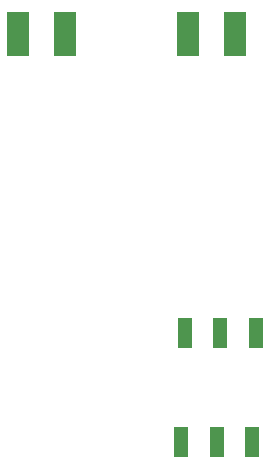
<source format=gbr>
G04 EAGLE Gerber RS-274X export*
G75*
%MOMM*%
%FSLAX34Y34*%
%LPD*%
%INSolderpaste Bottom*%
%IPPOS*%
%AMOC8*
5,1,8,0,0,1.08239X$1,22.5*%
G01*
%ADD10R,1.930400X3.810000*%
%ADD11R,1.270000X2.540000*%


D10*
X88600Y550000D03*
X128600Y550000D03*
X232600Y550000D03*
X272600Y550000D03*
D11*
X257000Y204600D03*
X287000Y204600D03*
X227000Y204600D03*
X260000Y296500D03*
X290000Y296500D03*
X230000Y296500D03*
M02*

</source>
